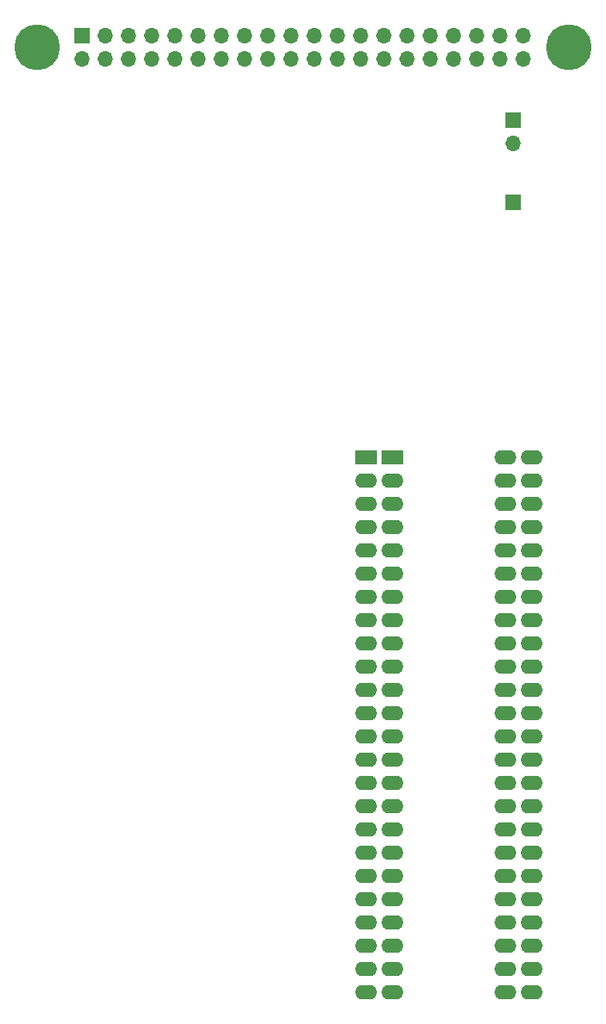
<source format=gbr>
G04 #@! TF.GenerationSoftware,KiCad,Pcbnew,6.99.0-unknown-672a8ca39b~146~ubuntu21.04.1*
G04 #@! TF.CreationDate,2022-01-14T10:30:43+00:00*
G04 #@! TF.ProjectId,A500,41353030-2e6b-4696-9361-645f70636258,rev?*
G04 #@! TF.SameCoordinates,Original*
G04 #@! TF.FileFunction,Soldermask,Bot*
G04 #@! TF.FilePolarity,Negative*
%FSLAX46Y46*%
G04 Gerber Fmt 4.6, Leading zero omitted, Abs format (unit mm)*
G04 Created by KiCad (PCBNEW 6.99.0-unknown-672a8ca39b~146~ubuntu21.04.1) date 2022-01-14 10:30:43*
%MOMM*%
%LPD*%
G01*
G04 APERTURE LIST*
%ADD10R,2.400000X1.600000*%
%ADD11O,2.400000X1.600000*%
%ADD12R,1.700000X1.700000*%
%ADD13C,5.000000*%
%ADD14O,1.700000X1.700000*%
G04 APERTURE END LIST*
D10*
G04 #@! TO.C,U2*
X93624400Y-68935600D03*
D11*
X93624400Y-71475600D03*
X93624400Y-74015600D03*
X93624400Y-76555600D03*
X93624400Y-79095600D03*
X93624400Y-81635600D03*
X93624400Y-84175600D03*
X93624400Y-86715600D03*
X93624400Y-89255600D03*
X93624400Y-91795600D03*
X93624400Y-94335600D03*
X93624400Y-96875600D03*
X93624400Y-99415600D03*
X93624400Y-101955600D03*
X93624400Y-104495600D03*
X93624400Y-107035600D03*
X93624400Y-109575600D03*
X93624400Y-112115600D03*
X93624400Y-114655600D03*
X93624400Y-117195600D03*
X93624400Y-119735600D03*
X93624400Y-122275600D03*
X93624400Y-124815600D03*
X93624400Y-127355600D03*
X108864400Y-127355600D03*
X108864400Y-124815600D03*
X108864400Y-122275600D03*
X108864400Y-119735600D03*
X108864400Y-117195600D03*
X108864400Y-114655600D03*
X108864400Y-112115600D03*
X108864400Y-109575600D03*
X108864400Y-107035600D03*
X108864400Y-104495600D03*
X108864400Y-101955600D03*
X108864400Y-99415600D03*
X108864400Y-96875600D03*
X108864400Y-94335600D03*
X108864400Y-91795600D03*
X108864400Y-89255600D03*
X108864400Y-86715600D03*
X108864400Y-84175600D03*
X108864400Y-81635600D03*
X108864400Y-79095600D03*
X108864400Y-76555600D03*
X108864400Y-74015600D03*
X108864400Y-71475600D03*
X108864400Y-68935600D03*
G04 #@! TD*
D10*
G04 #@! TO.C,U1*
X90750000Y-68965000D03*
D11*
X90750000Y-71505000D03*
X90750000Y-74045000D03*
X90750000Y-76585000D03*
X90750000Y-79125000D03*
X90750000Y-81665000D03*
X90750000Y-84205000D03*
X90750000Y-86745000D03*
X90750000Y-89285000D03*
X90750000Y-91825000D03*
X90750000Y-94365000D03*
X90750000Y-96905000D03*
X90750000Y-99445000D03*
X90750000Y-101985000D03*
X90750000Y-104525000D03*
X90750000Y-107065000D03*
X90750000Y-109605000D03*
X90750000Y-112145000D03*
X90750000Y-114685000D03*
X90750000Y-117225000D03*
X90750000Y-119765000D03*
X90750000Y-122305000D03*
X90750000Y-124845000D03*
X90750000Y-127385000D03*
X105990000Y-127385000D03*
X105990000Y-124845000D03*
X105990000Y-122305000D03*
X105990000Y-119765000D03*
X105990000Y-117225000D03*
X105990000Y-114685000D03*
X105990000Y-112145000D03*
X105990000Y-109605000D03*
X105990000Y-107065000D03*
X105990000Y-104525000D03*
X105990000Y-101985000D03*
X105990000Y-99445000D03*
X105990000Y-96905000D03*
X105990000Y-94365000D03*
X105990000Y-91825000D03*
X105990000Y-89285000D03*
X105990000Y-86745000D03*
X105990000Y-84205000D03*
X105990000Y-81665000D03*
X105990000Y-79125000D03*
X105990000Y-76585000D03*
X105990000Y-74045000D03*
X105990000Y-71505000D03*
X105990000Y-68965000D03*
G04 #@! TD*
D12*
G04 #@! TO.C,J2*
X106826200Y-41097200D03*
G04 #@! TD*
D13*
G04 #@! TO.C,H2*
X54762400Y-24130000D03*
G04 #@! TD*
G04 #@! TO.C,H1*
X112877600Y-24130000D03*
G04 #@! TD*
D12*
G04 #@! TO.C,J1*
X59690000Y-22860000D03*
D14*
X59690000Y-25400000D03*
X62230000Y-22860000D03*
X62230000Y-25400000D03*
X64770000Y-22860000D03*
X64770000Y-25400000D03*
X67310000Y-22860000D03*
X67310000Y-25400000D03*
X69850000Y-22860000D03*
X69850000Y-25400000D03*
X72390000Y-22860000D03*
X72390000Y-25400000D03*
X74930000Y-22860000D03*
X74930000Y-25400000D03*
X77470000Y-22860000D03*
X77470000Y-25400000D03*
X80010000Y-22860000D03*
X80010000Y-25400000D03*
X82550000Y-22860000D03*
X82550000Y-25400000D03*
X85090000Y-22860000D03*
X85090000Y-25400000D03*
X87630000Y-22860000D03*
X87630000Y-25400000D03*
X90170000Y-22860000D03*
X90170000Y-25400000D03*
X92710000Y-22860000D03*
X92710000Y-25400000D03*
X95250000Y-22860000D03*
X95250000Y-25400000D03*
X97790000Y-22860000D03*
X97790000Y-25400000D03*
X100330000Y-22860000D03*
X100330000Y-25400000D03*
X102870000Y-22860000D03*
X102870000Y-25400000D03*
X105410000Y-22860000D03*
X105410000Y-25400000D03*
X107950000Y-22860000D03*
X107950000Y-25400000D03*
G04 #@! TD*
D12*
G04 #@! TO.C,JP1*
X106807000Y-32131000D03*
D14*
X106807000Y-34671000D03*
G04 #@! TD*
M02*

</source>
